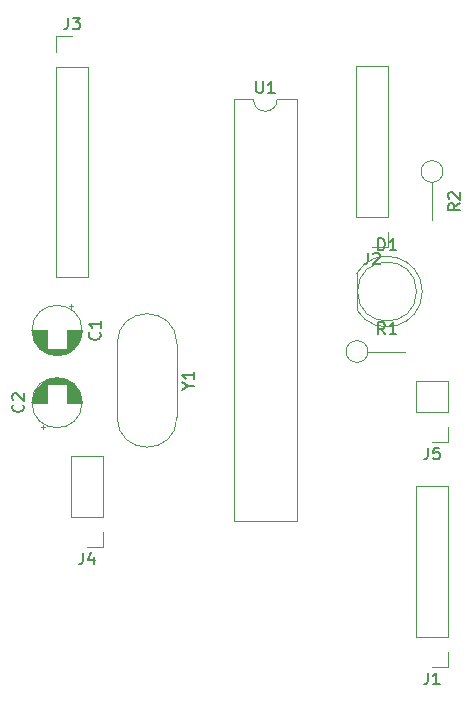
<source format=gbr>
%TF.GenerationSoftware,KiCad,Pcbnew,5.99.0+really5.1.10+dfsg1-1*%
%TF.CreationDate,2021-11-28T15:47:42+05:30*%
%TF.ProjectId,atmega 08,61746d65-6761-4203-9038-2e6b69636164,rev?*%
%TF.SameCoordinates,Original*%
%TF.FileFunction,Legend,Top*%
%TF.FilePolarity,Positive*%
%FSLAX46Y46*%
G04 Gerber Fmt 4.6, Leading zero omitted, Abs format (unit mm)*
G04 Created by KiCad (PCBNEW 5.99.0+really5.1.10+dfsg1-1) date 2021-11-28 15:47:42*
%MOMM*%
%LPD*%
G01*
G04 APERTURE LIST*
%ADD10C,0.120000*%
%ADD11C,0.150000*%
G04 APERTURE END LIST*
D10*
%TO.C,J5*%
X151190000Y-82610000D02*
X149860000Y-82610000D01*
X151190000Y-81280000D02*
X151190000Y-82610000D01*
X151190000Y-80010000D02*
X148530000Y-80010000D01*
X148530000Y-80010000D02*
X148530000Y-77410000D01*
X151190000Y-80010000D02*
X151190000Y-77410000D01*
X151190000Y-77410000D02*
X148530000Y-77410000D01*
%TO.C,J4*%
X121980000Y-83760000D02*
X119320000Y-83760000D01*
X121980000Y-88900000D02*
X121980000Y-83760000D01*
X119320000Y-88900000D02*
X119320000Y-83760000D01*
X121980000Y-88900000D02*
X119320000Y-88900000D01*
X121980000Y-90170000D02*
X121980000Y-91500000D01*
X121980000Y-91500000D02*
X120650000Y-91500000D01*
%TO.C,C1*%
X120230000Y-73140000D02*
G75*
G03*
X120230000Y-73140000I-2120000J0D01*
G01*
X117270000Y-73140000D02*
X116030000Y-73140000D01*
X120190000Y-73140000D02*
X118950000Y-73140000D01*
X117270000Y-73180000D02*
X116030000Y-73180000D01*
X120190000Y-73180000D02*
X118950000Y-73180000D01*
X117270000Y-73220000D02*
X116031000Y-73220000D01*
X120189000Y-73220000D02*
X118950000Y-73220000D01*
X120187000Y-73260000D02*
X118950000Y-73260000D01*
X117270000Y-73260000D02*
X116033000Y-73260000D01*
X120184000Y-73300000D02*
X118950000Y-73300000D01*
X117270000Y-73300000D02*
X116036000Y-73300000D01*
X120181000Y-73340000D02*
X118950000Y-73340000D01*
X117270000Y-73340000D02*
X116039000Y-73340000D01*
X120177000Y-73380000D02*
X118950000Y-73380000D01*
X117270000Y-73380000D02*
X116043000Y-73380000D01*
X120172000Y-73420000D02*
X118950000Y-73420000D01*
X117270000Y-73420000D02*
X116048000Y-73420000D01*
X120166000Y-73460000D02*
X118950000Y-73460000D01*
X117270000Y-73460000D02*
X116054000Y-73460000D01*
X120160000Y-73500000D02*
X118950000Y-73500000D01*
X117270000Y-73500000D02*
X116060000Y-73500000D01*
X120152000Y-73540000D02*
X118950000Y-73540000D01*
X117270000Y-73540000D02*
X116068000Y-73540000D01*
X120144000Y-73580000D02*
X118950000Y-73580000D01*
X117270000Y-73580000D02*
X116076000Y-73580000D01*
X120135000Y-73620000D02*
X118950000Y-73620000D01*
X117270000Y-73620000D02*
X116085000Y-73620000D01*
X120126000Y-73660000D02*
X118950000Y-73660000D01*
X117270000Y-73660000D02*
X116094000Y-73660000D01*
X120115000Y-73700000D02*
X118950000Y-73700000D01*
X117270000Y-73700000D02*
X116105000Y-73700000D01*
X120104000Y-73740000D02*
X118950000Y-73740000D01*
X117270000Y-73740000D02*
X116116000Y-73740000D01*
X120092000Y-73780000D02*
X118950000Y-73780000D01*
X117270000Y-73780000D02*
X116128000Y-73780000D01*
X120078000Y-73820000D02*
X118950000Y-73820000D01*
X117270000Y-73820000D02*
X116142000Y-73820000D01*
X120064000Y-73861000D02*
X118950000Y-73861000D01*
X117270000Y-73861000D02*
X116156000Y-73861000D01*
X120050000Y-73901000D02*
X118950000Y-73901000D01*
X117270000Y-73901000D02*
X116170000Y-73901000D01*
X120034000Y-73941000D02*
X118950000Y-73941000D01*
X117270000Y-73941000D02*
X116186000Y-73941000D01*
X120017000Y-73981000D02*
X118950000Y-73981000D01*
X117270000Y-73981000D02*
X116203000Y-73981000D01*
X119999000Y-74021000D02*
X118950000Y-74021000D01*
X117270000Y-74021000D02*
X116221000Y-74021000D01*
X119980000Y-74061000D02*
X118950000Y-74061000D01*
X117270000Y-74061000D02*
X116240000Y-74061000D01*
X119961000Y-74101000D02*
X118950000Y-74101000D01*
X117270000Y-74101000D02*
X116259000Y-74101000D01*
X119940000Y-74141000D02*
X118950000Y-74141000D01*
X117270000Y-74141000D02*
X116280000Y-74141000D01*
X119918000Y-74181000D02*
X118950000Y-74181000D01*
X117270000Y-74181000D02*
X116302000Y-74181000D01*
X119895000Y-74221000D02*
X118950000Y-74221000D01*
X117270000Y-74221000D02*
X116325000Y-74221000D01*
X119870000Y-74261000D02*
X118950000Y-74261000D01*
X117270000Y-74261000D02*
X116350000Y-74261000D01*
X119845000Y-74301000D02*
X118950000Y-74301000D01*
X117270000Y-74301000D02*
X116375000Y-74301000D01*
X119818000Y-74341000D02*
X118950000Y-74341000D01*
X117270000Y-74341000D02*
X116402000Y-74341000D01*
X119790000Y-74381000D02*
X118950000Y-74381000D01*
X117270000Y-74381000D02*
X116430000Y-74381000D01*
X119760000Y-74421000D02*
X118950000Y-74421000D01*
X117270000Y-74421000D02*
X116460000Y-74421000D01*
X119729000Y-74461000D02*
X118950000Y-74461000D01*
X117270000Y-74461000D02*
X116491000Y-74461000D01*
X119697000Y-74501000D02*
X118950000Y-74501000D01*
X117270000Y-74501000D02*
X116523000Y-74501000D01*
X119662000Y-74541000D02*
X118950000Y-74541000D01*
X117270000Y-74541000D02*
X116558000Y-74541000D01*
X119626000Y-74581000D02*
X118950000Y-74581000D01*
X117270000Y-74581000D02*
X116594000Y-74581000D01*
X119588000Y-74621000D02*
X118950000Y-74621000D01*
X117270000Y-74621000D02*
X116632000Y-74621000D01*
X119548000Y-74661000D02*
X118950000Y-74661000D01*
X117270000Y-74661000D02*
X116672000Y-74661000D01*
X119506000Y-74701000D02*
X118950000Y-74701000D01*
X117270000Y-74701000D02*
X116714000Y-74701000D01*
X119461000Y-74741000D02*
X116759000Y-74741000D01*
X119414000Y-74781000D02*
X116806000Y-74781000D01*
X119364000Y-74821000D02*
X116856000Y-74821000D01*
X119310000Y-74861000D02*
X116910000Y-74861000D01*
X119252000Y-74901000D02*
X116968000Y-74901000D01*
X119190000Y-74941000D02*
X117030000Y-74941000D01*
X119123000Y-74981000D02*
X117097000Y-74981000D01*
X119050000Y-75021000D02*
X117170000Y-75021000D01*
X118969000Y-75061000D02*
X117251000Y-75061000D01*
X118878000Y-75101000D02*
X117342000Y-75101000D01*
X118774000Y-75141000D02*
X117446000Y-75141000D01*
X118647000Y-75181000D02*
X117573000Y-75181000D01*
X118480000Y-75221000D02*
X117740000Y-75221000D01*
X119305000Y-70870199D02*
X119305000Y-71270199D01*
X119505000Y-71070199D02*
X119105000Y-71070199D01*
%TO.C,C2*%
X116715000Y-81329801D02*
X117115000Y-81329801D01*
X116915000Y-81529801D02*
X116915000Y-81129801D01*
X117740000Y-77179000D02*
X118480000Y-77179000D01*
X117573000Y-77219000D02*
X118647000Y-77219000D01*
X117446000Y-77259000D02*
X118774000Y-77259000D01*
X117342000Y-77299000D02*
X118878000Y-77299000D01*
X117251000Y-77339000D02*
X118969000Y-77339000D01*
X117170000Y-77379000D02*
X119050000Y-77379000D01*
X117097000Y-77419000D02*
X119123000Y-77419000D01*
X117030000Y-77459000D02*
X119190000Y-77459000D01*
X116968000Y-77499000D02*
X119252000Y-77499000D01*
X116910000Y-77539000D02*
X119310000Y-77539000D01*
X116856000Y-77579000D02*
X119364000Y-77579000D01*
X116806000Y-77619000D02*
X119414000Y-77619000D01*
X116759000Y-77659000D02*
X119461000Y-77659000D01*
X118950000Y-77699000D02*
X119506000Y-77699000D01*
X116714000Y-77699000D02*
X117270000Y-77699000D01*
X118950000Y-77739000D02*
X119548000Y-77739000D01*
X116672000Y-77739000D02*
X117270000Y-77739000D01*
X118950000Y-77779000D02*
X119588000Y-77779000D01*
X116632000Y-77779000D02*
X117270000Y-77779000D01*
X118950000Y-77819000D02*
X119626000Y-77819000D01*
X116594000Y-77819000D02*
X117270000Y-77819000D01*
X118950000Y-77859000D02*
X119662000Y-77859000D01*
X116558000Y-77859000D02*
X117270000Y-77859000D01*
X118950000Y-77899000D02*
X119697000Y-77899000D01*
X116523000Y-77899000D02*
X117270000Y-77899000D01*
X118950000Y-77939000D02*
X119729000Y-77939000D01*
X116491000Y-77939000D02*
X117270000Y-77939000D01*
X118950000Y-77979000D02*
X119760000Y-77979000D01*
X116460000Y-77979000D02*
X117270000Y-77979000D01*
X118950000Y-78019000D02*
X119790000Y-78019000D01*
X116430000Y-78019000D02*
X117270000Y-78019000D01*
X118950000Y-78059000D02*
X119818000Y-78059000D01*
X116402000Y-78059000D02*
X117270000Y-78059000D01*
X118950000Y-78099000D02*
X119845000Y-78099000D01*
X116375000Y-78099000D02*
X117270000Y-78099000D01*
X118950000Y-78139000D02*
X119870000Y-78139000D01*
X116350000Y-78139000D02*
X117270000Y-78139000D01*
X118950000Y-78179000D02*
X119895000Y-78179000D01*
X116325000Y-78179000D02*
X117270000Y-78179000D01*
X118950000Y-78219000D02*
X119918000Y-78219000D01*
X116302000Y-78219000D02*
X117270000Y-78219000D01*
X118950000Y-78259000D02*
X119940000Y-78259000D01*
X116280000Y-78259000D02*
X117270000Y-78259000D01*
X118950000Y-78299000D02*
X119961000Y-78299000D01*
X116259000Y-78299000D02*
X117270000Y-78299000D01*
X118950000Y-78339000D02*
X119980000Y-78339000D01*
X116240000Y-78339000D02*
X117270000Y-78339000D01*
X118950000Y-78379000D02*
X119999000Y-78379000D01*
X116221000Y-78379000D02*
X117270000Y-78379000D01*
X118950000Y-78419000D02*
X120017000Y-78419000D01*
X116203000Y-78419000D02*
X117270000Y-78419000D01*
X118950000Y-78459000D02*
X120034000Y-78459000D01*
X116186000Y-78459000D02*
X117270000Y-78459000D01*
X118950000Y-78499000D02*
X120050000Y-78499000D01*
X116170000Y-78499000D02*
X117270000Y-78499000D01*
X118950000Y-78539000D02*
X120064000Y-78539000D01*
X116156000Y-78539000D02*
X117270000Y-78539000D01*
X118950000Y-78580000D02*
X120078000Y-78580000D01*
X116142000Y-78580000D02*
X117270000Y-78580000D01*
X118950000Y-78620000D02*
X120092000Y-78620000D01*
X116128000Y-78620000D02*
X117270000Y-78620000D01*
X118950000Y-78660000D02*
X120104000Y-78660000D01*
X116116000Y-78660000D02*
X117270000Y-78660000D01*
X118950000Y-78700000D02*
X120115000Y-78700000D01*
X116105000Y-78700000D02*
X117270000Y-78700000D01*
X118950000Y-78740000D02*
X120126000Y-78740000D01*
X116094000Y-78740000D02*
X117270000Y-78740000D01*
X118950000Y-78780000D02*
X120135000Y-78780000D01*
X116085000Y-78780000D02*
X117270000Y-78780000D01*
X118950000Y-78820000D02*
X120144000Y-78820000D01*
X116076000Y-78820000D02*
X117270000Y-78820000D01*
X118950000Y-78860000D02*
X120152000Y-78860000D01*
X116068000Y-78860000D02*
X117270000Y-78860000D01*
X118950000Y-78900000D02*
X120160000Y-78900000D01*
X116060000Y-78900000D02*
X117270000Y-78900000D01*
X118950000Y-78940000D02*
X120166000Y-78940000D01*
X116054000Y-78940000D02*
X117270000Y-78940000D01*
X118950000Y-78980000D02*
X120172000Y-78980000D01*
X116048000Y-78980000D02*
X117270000Y-78980000D01*
X118950000Y-79020000D02*
X120177000Y-79020000D01*
X116043000Y-79020000D02*
X117270000Y-79020000D01*
X118950000Y-79060000D02*
X120181000Y-79060000D01*
X116039000Y-79060000D02*
X117270000Y-79060000D01*
X118950000Y-79100000D02*
X120184000Y-79100000D01*
X116036000Y-79100000D02*
X117270000Y-79100000D01*
X118950000Y-79140000D02*
X120187000Y-79140000D01*
X116033000Y-79140000D02*
X117270000Y-79140000D01*
X116031000Y-79180000D02*
X117270000Y-79180000D01*
X118950000Y-79180000D02*
X120189000Y-79180000D01*
X116030000Y-79220000D02*
X117270000Y-79220000D01*
X118950000Y-79220000D02*
X120190000Y-79220000D01*
X116030000Y-79260000D02*
X117270000Y-79260000D01*
X118950000Y-79260000D02*
X120190000Y-79260000D01*
X120230000Y-79260000D02*
G75*
G03*
X120230000Y-79260000I-2120000J0D01*
G01*
%TO.C,D1*%
X148550000Y-69850000D02*
G75*
G03*
X148550000Y-69850000I-2500000J0D01*
G01*
X143490000Y-68305000D02*
X143490000Y-71395000D01*
X149040000Y-69850462D02*
G75*
G03*
X143490000Y-68305170I-2990000J462D01*
G01*
X149040000Y-69849538D02*
G75*
G02*
X143490000Y-71394830I-2990000J-462D01*
G01*
%TO.C,J1*%
X151190000Y-86300000D02*
X148530000Y-86300000D01*
X151190000Y-99060000D02*
X151190000Y-86300000D01*
X148530000Y-99060000D02*
X148530000Y-86300000D01*
X151190000Y-99060000D02*
X148530000Y-99060000D01*
X151190000Y-100330000D02*
X151190000Y-101660000D01*
X151190000Y-101660000D02*
X149860000Y-101660000D01*
%TO.C,J2*%
X146110000Y-66100000D02*
X144780000Y-66100000D01*
X146110000Y-64770000D02*
X146110000Y-66100000D01*
X146110000Y-63500000D02*
X143450000Y-63500000D01*
X143450000Y-63500000D02*
X143450000Y-50740000D01*
X146110000Y-63500000D02*
X146110000Y-50740000D01*
X146110000Y-50740000D02*
X143450000Y-50740000D01*
%TO.C,J3*%
X118050000Y-68640000D02*
X120710000Y-68640000D01*
X118050000Y-50800000D02*
X118050000Y-68640000D01*
X120710000Y-50800000D02*
X120710000Y-68640000D01*
X118050000Y-50800000D02*
X120710000Y-50800000D01*
X118050000Y-49530000D02*
X118050000Y-48200000D01*
X118050000Y-48200000D02*
X119380000Y-48200000D01*
%TO.C,R1*%
X144430000Y-74930000D02*
G75*
G03*
X144430000Y-74930000I-920000J0D01*
G01*
X144430000Y-74930000D02*
X147590000Y-74930000D01*
%TO.C,R2*%
X149860000Y-60610000D02*
X149860000Y-63770000D01*
X150780000Y-59690000D02*
G75*
G03*
X150780000Y-59690000I-920000J0D01*
G01*
%TO.C,U1*%
X134745001Y-53585001D02*
X133095001Y-53585001D01*
X133095001Y-53585001D02*
X133095001Y-89265001D01*
X133095001Y-89265001D02*
X138395001Y-89265001D01*
X138395001Y-89265001D02*
X138395001Y-53585001D01*
X138395001Y-53585001D02*
X136745001Y-53585001D01*
X136745001Y-53585001D02*
G75*
G02*
X134745001Y-53585001I-1000000J0D01*
G01*
%TO.C,Y1*%
X128255000Y-74255000D02*
X128255000Y-80505000D01*
X123205000Y-74255000D02*
X123205000Y-80505000D01*
X123205000Y-74255000D02*
G75*
G02*
X128255000Y-74255000I2525000J0D01*
G01*
X123205000Y-80505000D02*
G75*
G03*
X128255000Y-80505000I2525000J0D01*
G01*
%TO.C,J5*%
D11*
X149526666Y-83062380D02*
X149526666Y-83776666D01*
X149479047Y-83919523D01*
X149383809Y-84014761D01*
X149240952Y-84062380D01*
X149145714Y-84062380D01*
X150479047Y-83062380D02*
X150002857Y-83062380D01*
X149955238Y-83538571D01*
X150002857Y-83490952D01*
X150098095Y-83443333D01*
X150336190Y-83443333D01*
X150431428Y-83490952D01*
X150479047Y-83538571D01*
X150526666Y-83633809D01*
X150526666Y-83871904D01*
X150479047Y-83967142D01*
X150431428Y-84014761D01*
X150336190Y-84062380D01*
X150098095Y-84062380D01*
X150002857Y-84014761D01*
X149955238Y-83967142D01*
%TO.C,J4*%
X120316666Y-91952380D02*
X120316666Y-92666666D01*
X120269047Y-92809523D01*
X120173809Y-92904761D01*
X120030952Y-92952380D01*
X119935714Y-92952380D01*
X121221428Y-92285714D02*
X121221428Y-92952380D01*
X120983333Y-91904761D02*
X120745238Y-92619047D01*
X121364285Y-92619047D01*
%TO.C,C1*%
X121717142Y-73306666D02*
X121764761Y-73354285D01*
X121812380Y-73497142D01*
X121812380Y-73592380D01*
X121764761Y-73735238D01*
X121669523Y-73830476D01*
X121574285Y-73878095D01*
X121383809Y-73925714D01*
X121240952Y-73925714D01*
X121050476Y-73878095D01*
X120955238Y-73830476D01*
X120860000Y-73735238D01*
X120812380Y-73592380D01*
X120812380Y-73497142D01*
X120860000Y-73354285D01*
X120907619Y-73306666D01*
X121812380Y-72354285D02*
X121812380Y-72925714D01*
X121812380Y-72640000D02*
X120812380Y-72640000D01*
X120955238Y-72735238D01*
X121050476Y-72830476D01*
X121098095Y-72925714D01*
%TO.C,C2*%
X115217142Y-79426666D02*
X115264761Y-79474285D01*
X115312380Y-79617142D01*
X115312380Y-79712380D01*
X115264761Y-79855238D01*
X115169523Y-79950476D01*
X115074285Y-79998095D01*
X114883809Y-80045714D01*
X114740952Y-80045714D01*
X114550476Y-79998095D01*
X114455238Y-79950476D01*
X114360000Y-79855238D01*
X114312380Y-79712380D01*
X114312380Y-79617142D01*
X114360000Y-79474285D01*
X114407619Y-79426666D01*
X114407619Y-79045714D02*
X114360000Y-78998095D01*
X114312380Y-78902857D01*
X114312380Y-78664761D01*
X114360000Y-78569523D01*
X114407619Y-78521904D01*
X114502857Y-78474285D01*
X114598095Y-78474285D01*
X114740952Y-78521904D01*
X115312380Y-79093333D01*
X115312380Y-78474285D01*
%TO.C,D1*%
X145311904Y-66342380D02*
X145311904Y-65342380D01*
X145550000Y-65342380D01*
X145692857Y-65390000D01*
X145788095Y-65485238D01*
X145835714Y-65580476D01*
X145883333Y-65770952D01*
X145883333Y-65913809D01*
X145835714Y-66104285D01*
X145788095Y-66199523D01*
X145692857Y-66294761D01*
X145550000Y-66342380D01*
X145311904Y-66342380D01*
X146835714Y-66342380D02*
X146264285Y-66342380D01*
X146550000Y-66342380D02*
X146550000Y-65342380D01*
X146454761Y-65485238D01*
X146359523Y-65580476D01*
X146264285Y-65628095D01*
%TO.C,J1*%
X149526666Y-102112380D02*
X149526666Y-102826666D01*
X149479047Y-102969523D01*
X149383809Y-103064761D01*
X149240952Y-103112380D01*
X149145714Y-103112380D01*
X150526666Y-103112380D02*
X149955238Y-103112380D01*
X150240952Y-103112380D02*
X150240952Y-102112380D01*
X150145714Y-102255238D01*
X150050476Y-102350476D01*
X149955238Y-102398095D01*
%TO.C,J2*%
X144446666Y-66552380D02*
X144446666Y-67266666D01*
X144399047Y-67409523D01*
X144303809Y-67504761D01*
X144160952Y-67552380D01*
X144065714Y-67552380D01*
X144875238Y-66647619D02*
X144922857Y-66600000D01*
X145018095Y-66552380D01*
X145256190Y-66552380D01*
X145351428Y-66600000D01*
X145399047Y-66647619D01*
X145446666Y-66742857D01*
X145446666Y-66838095D01*
X145399047Y-66980952D01*
X144827619Y-67552380D01*
X145446666Y-67552380D01*
%TO.C,J3*%
X119046666Y-46652380D02*
X119046666Y-47366666D01*
X118999047Y-47509523D01*
X118903809Y-47604761D01*
X118760952Y-47652380D01*
X118665714Y-47652380D01*
X119427619Y-46652380D02*
X120046666Y-46652380D01*
X119713333Y-47033333D01*
X119856190Y-47033333D01*
X119951428Y-47080952D01*
X119999047Y-47128571D01*
X120046666Y-47223809D01*
X120046666Y-47461904D01*
X119999047Y-47557142D01*
X119951428Y-47604761D01*
X119856190Y-47652380D01*
X119570476Y-47652380D01*
X119475238Y-47604761D01*
X119427619Y-47557142D01*
%TO.C,R1*%
X145883333Y-73462380D02*
X145550000Y-72986190D01*
X145311904Y-73462380D02*
X145311904Y-72462380D01*
X145692857Y-72462380D01*
X145788095Y-72510000D01*
X145835714Y-72557619D01*
X145883333Y-72652857D01*
X145883333Y-72795714D01*
X145835714Y-72890952D01*
X145788095Y-72938571D01*
X145692857Y-72986190D01*
X145311904Y-72986190D01*
X146835714Y-73462380D02*
X146264285Y-73462380D01*
X146550000Y-73462380D02*
X146550000Y-72462380D01*
X146454761Y-72605238D01*
X146359523Y-72700476D01*
X146264285Y-72748095D01*
%TO.C,R2*%
X152232380Y-62396666D02*
X151756190Y-62730000D01*
X152232380Y-62968095D02*
X151232380Y-62968095D01*
X151232380Y-62587142D01*
X151280000Y-62491904D01*
X151327619Y-62444285D01*
X151422857Y-62396666D01*
X151565714Y-62396666D01*
X151660952Y-62444285D01*
X151708571Y-62491904D01*
X151756190Y-62587142D01*
X151756190Y-62968095D01*
X151327619Y-62015714D02*
X151280000Y-61968095D01*
X151232380Y-61872857D01*
X151232380Y-61634761D01*
X151280000Y-61539523D01*
X151327619Y-61491904D01*
X151422857Y-61444285D01*
X151518095Y-61444285D01*
X151660952Y-61491904D01*
X152232380Y-62063333D01*
X152232380Y-61444285D01*
%TO.C,U1*%
X134983096Y-52037381D02*
X134983096Y-52846905D01*
X135030715Y-52942143D01*
X135078334Y-52989762D01*
X135173572Y-53037381D01*
X135364048Y-53037381D01*
X135459286Y-52989762D01*
X135506905Y-52942143D01*
X135554524Y-52846905D01*
X135554524Y-52037381D01*
X136554524Y-53037381D02*
X135983096Y-53037381D01*
X136268810Y-53037381D02*
X136268810Y-52037381D01*
X136173572Y-52180239D01*
X136078334Y-52275477D01*
X135983096Y-52323096D01*
%TO.C,Y1*%
X129231190Y-77856190D02*
X129707380Y-77856190D01*
X128707380Y-78189523D02*
X129231190Y-77856190D01*
X128707380Y-77522857D01*
X129707380Y-76665714D02*
X129707380Y-77237142D01*
X129707380Y-76951428D02*
X128707380Y-76951428D01*
X128850238Y-77046666D01*
X128945476Y-77141904D01*
X128993095Y-77237142D01*
%TD*%
M02*

</source>
